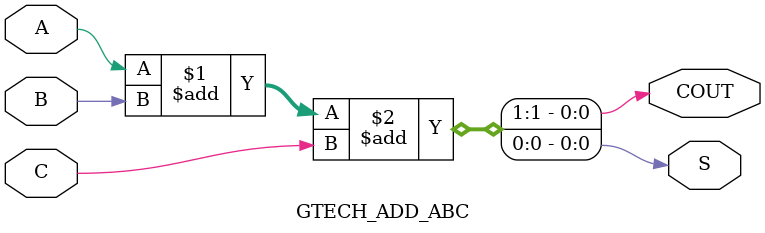
<source format=v>




module GTECH_ADD_ABC (A, B, C, S, COUT);  
	input A, B, C;
	output S, COUT;
	assign {COUT, S} = A + B + C;
endmodule


</source>
